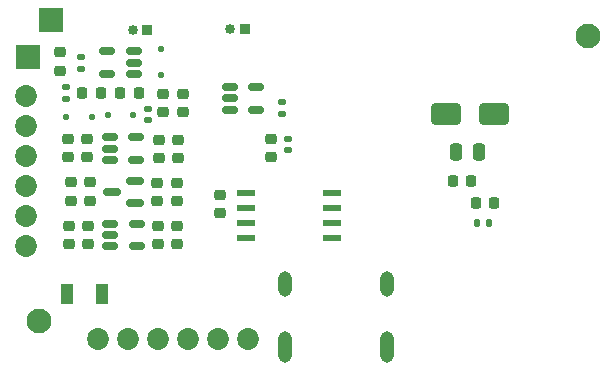
<source format=gbr>
%TF.GenerationSoftware,KiCad,Pcbnew,8.0.8*%
<<<<<<<< HEAD:Hardware/Gen3/OuterBoard/3.1/gerbers/OuterBoard_rev3.1-B_Mask.gbr
%TF.CreationDate,2025-02-18T00:43:55-08:00*%
========
%TF.CreationDate,2025-02-23T23:13:28-08:00*%
>>>>>>>> dcdd3553d01e5dd57f0d42a69398edb20d40e92e:Hardware/FabQuotes/JLCGen3/Gerber/OuterBoard_rev3.1-B_Mask.gbr
%TF.ProjectId,OuterBoard_rev3.1,4f757465-7242-46f6-9172-645f72657633,rev?*%
%TF.SameCoordinates,Original*%
%TF.FileFunction,Soldermask,Bot*%
%TF.FilePolarity,Negative*%
%FSLAX46Y46*%
G04 Gerber Fmt 4.6, Leading zero omitted, Abs format (unit mm)*
<<<<<<<< HEAD:Hardware/Gen3/OuterBoard/3.1/gerbers/OuterBoard_rev3.1-B_Mask.gbr
G04 Created by KiCad (PCBNEW 8.0.8) date 2025-02-18 00:43:55*
========
G04 Created by KiCad (PCBNEW 8.0.8) date 2025-02-23 23:13:28*
>>>>>>>> dcdd3553d01e5dd57f0d42a69398edb20d40e92e:Hardware/FabQuotes/JLCGen3/Gerber/OuterBoard_rev3.1-B_Mask.gbr
%MOMM*%
%LPD*%
G01*
G04 APERTURE LIST*
G04 Aperture macros list*
%AMRoundRect*
0 Rectangle with rounded corners*
0 $1 Rounding radius*
0 $2 $3 $4 $5 $6 $7 $8 $9 X,Y pos of 4 corners*
0 Add a 4 corners polygon primitive as box body*
4,1,4,$2,$3,$4,$5,$6,$7,$8,$9,$2,$3,0*
0 Add four circle primitives for the rounded corners*
1,1,$1+$1,$2,$3*
1,1,$1+$1,$4,$5*
1,1,$1+$1,$6,$7*
1,1,$1+$1,$8,$9*
0 Add four rect primitives between the rounded corners*
20,1,$1+$1,$2,$3,$4,$5,0*
20,1,$1+$1,$4,$5,$6,$7,0*
20,1,$1+$1,$6,$7,$8,$9,0*
20,1,$1+$1,$8,$9,$2,$3,0*%
G04 Aperture macros list end*
%ADD10R,1.549400X0.558800*%
%ADD11R,0.850000X0.850000*%
%ADD12C,0.850000*%
%ADD13R,1.117600X1.803400*%
%ADD14C,1.854000*%
%ADD15C,2.100000*%
%ADD16R,2.000000X2.000000*%
%ADD17RoundRect,0.225000X-0.250000X0.225000X-0.250000X-0.225000X0.250000X-0.225000X0.250000X0.225000X0*%
%ADD18RoundRect,0.225000X0.225000X0.250000X-0.225000X0.250000X-0.225000X-0.250000X0.225000X-0.250000X0*%
%ADD19RoundRect,0.250000X-0.250000X-0.475000X0.250000X-0.475000X0.250000X0.475000X-0.250000X0.475000X0*%
%ADD20RoundRect,0.150000X0.512500X0.150000X-0.512500X0.150000X-0.512500X-0.150000X0.512500X-0.150000X0*%
%ADD21RoundRect,0.250000X1.000000X0.650000X-1.000000X0.650000X-1.000000X-0.650000X1.000000X-0.650000X0*%
%ADD22RoundRect,0.218750X-0.256250X0.218750X-0.256250X-0.218750X0.256250X-0.218750X0.256250X0.218750X0*%
%ADD23RoundRect,0.135000X-0.185000X0.135000X-0.185000X-0.135000X0.185000X-0.135000X0.185000X0.135000X0*%
%ADD24RoundRect,0.147500X0.172500X-0.147500X0.172500X0.147500X-0.172500X0.147500X-0.172500X-0.147500X0*%
%ADD25RoundRect,0.150000X-0.512500X-0.150000X0.512500X-0.150000X0.512500X0.150000X-0.512500X0.150000X0*%
%ADD26RoundRect,0.125000X-0.125000X-0.125000X0.125000X-0.125000X0.125000X0.125000X-0.125000X0.125000X0*%
%ADD27RoundRect,0.135000X0.135000X0.185000X-0.135000X0.185000X-0.135000X-0.185000X0.135000X-0.185000X0*%
%ADD28RoundRect,0.150000X0.587500X0.150000X-0.587500X0.150000X-0.587500X-0.150000X0.587500X-0.150000X0*%
%ADD29RoundRect,0.140000X0.170000X-0.140000X0.170000X0.140000X-0.170000X0.140000X-0.170000X-0.140000X0*%
%ADD30RoundRect,0.135000X0.185000X-0.135000X0.185000X0.135000X-0.185000X0.135000X-0.185000X-0.135000X0*%
%ADD31RoundRect,0.125000X-0.125000X0.125000X-0.125000X-0.125000X0.125000X-0.125000X0.125000X0.125000X0*%
%ADD32C,0.660400*%
%ADD33O,1.168400X2.159000*%
%ADD34O,1.168400X2.667000*%
G04 APERTURE END LIST*
D10*
%TO.C,U2*%
X135432900Y-91643200D03*
X135432900Y-92913200D03*
X135432900Y-94183200D03*
X135432900Y-95453200D03*
X128168500Y-95453200D03*
X128168500Y-94183200D03*
X128168500Y-92913200D03*
X128168500Y-91643200D03*
%TD*%
D11*
%TO.C,J4*%
X128117600Y-77749400D03*
D12*
X126867600Y-77749400D03*
%TD*%
D11*
%TO.C,J3*%
X119837200Y-77800200D03*
D12*
X118587200Y-77800200D03*
%TD*%
D13*
%TO.C,F1*%
X113004600Y-100152200D03*
X116001800Y-100152200D03*
%TD*%
D14*
%TO.C,J2*%
X115620800Y-104013000D03*
X118160800Y-104013000D03*
X120700800Y-104013000D03*
X123240800Y-104013000D03*
X125780800Y-104013000D03*
X128320800Y-104013000D03*
%TD*%
D15*
%TO.C,H1*%
X110693200Y-102489000D03*
%TD*%
%TO.C,H2*%
X157149800Y-78282800D03*
%TD*%
D16*
%TO.C,TP1*%
X109728000Y-80137000D03*
%TD*%
%TO.C,TP2*%
X111683800Y-76962000D03*
%TD*%
D14*
%TO.C,J1*%
X109524800Y-96113600D03*
X109524800Y-93573600D03*
X109524800Y-91033600D03*
X109524800Y-88493600D03*
X109524800Y-85953600D03*
X109524800Y-83413600D03*
%TD*%
D17*
%TO.C,C16*%
X122453400Y-87093800D03*
X122453400Y-88643800D03*
%TD*%
%TO.C,C27*%
X122301000Y-90728800D03*
X122301000Y-92278800D03*
%TD*%
D18*
%TO.C,C12*%
X147244400Y-90627200D03*
X145694400Y-90627200D03*
%TD*%
D17*
%TO.C,C7*%
X121183400Y-83235800D03*
X121183400Y-84785800D03*
%TD*%
%TO.C,C24*%
X120700800Y-94411800D03*
X120700800Y-95961800D03*
%TD*%
%TO.C,C20*%
X113334800Y-90703400D03*
X113334800Y-92253400D03*
%TD*%
%TO.C,C21*%
X114833400Y-94411800D03*
X114833400Y-95961800D03*
%TD*%
D19*
%TO.C,FB1*%
X145973800Y-88163400D03*
X147873800Y-88163400D03*
%TD*%
D20*
%TO.C,U3*%
X118688700Y-79618800D03*
X118688700Y-80568800D03*
X118688700Y-81518800D03*
X116413700Y-81518800D03*
X116413700Y-79618800D03*
%TD*%
D17*
%TO.C,C11*%
X113131600Y-87043000D03*
X113131600Y-88593000D03*
%TD*%
D18*
%TO.C,C8*%
X115874800Y-83159600D03*
X114324800Y-83159600D03*
%TD*%
D21*
%TO.C,D7*%
X149142200Y-84937600D03*
X145142200Y-84937600D03*
%TD*%
D22*
%TO.C,D13*%
X112445800Y-79705100D03*
X112445800Y-81280100D03*
%TD*%
D23*
%TO.C,R25*%
X112903000Y-82651600D03*
X112903000Y-83671600D03*
%TD*%
D24*
%TO.C,L2*%
X131775200Y-87988000D03*
X131775200Y-87018000D03*
%TD*%
D18*
%TO.C,C14*%
X149199600Y-92481400D03*
X147649600Y-92481400D03*
%TD*%
D25*
%TO.C,U4*%
X116636800Y-88793400D03*
X116636800Y-87843400D03*
X116636800Y-86893400D03*
X118911800Y-86893400D03*
X118911800Y-88793400D03*
%TD*%
D18*
%TO.C,C4*%
X119100600Y-83159600D03*
X117550600Y-83159600D03*
%TD*%
D17*
%TO.C,C26*%
X122326400Y-94411800D03*
X122326400Y-95961800D03*
%TD*%
D26*
%TO.C,D11*%
X116459000Y-85013800D03*
X118659000Y-85013800D03*
%TD*%
D23*
%TO.C,R4*%
X114249200Y-80058800D03*
X114249200Y-81078800D03*
%TD*%
D27*
%TO.C,R5*%
X148742400Y-94183200D03*
X147722400Y-94183200D03*
%TD*%
D28*
%TO.C,U6*%
X118745000Y-90576400D03*
X118745000Y-92476400D03*
X116870000Y-91526400D03*
%TD*%
D17*
%TO.C,C25*%
X120650000Y-90728800D03*
X120650000Y-92278800D03*
%TD*%
D29*
%TO.C,C2*%
X119862600Y-85468400D03*
X119862600Y-84508400D03*
%TD*%
D17*
%TO.C,C22*%
X114985800Y-90703400D03*
X114985800Y-92253400D03*
%TD*%
%TO.C,C38*%
X130327400Y-87020400D03*
X130327400Y-88570400D03*
%TD*%
D26*
%TO.C,D10*%
X112946000Y-85191600D03*
X115146000Y-85191600D03*
%TD*%
D17*
%TO.C,C44*%
X126009400Y-91782600D03*
X126009400Y-93332600D03*
%TD*%
D25*
%TO.C,U5*%
X116647800Y-96134000D03*
X116647800Y-95184000D03*
X116647800Y-94234000D03*
X118922800Y-94234000D03*
X118922800Y-96134000D03*
%TD*%
D17*
%TO.C,C10*%
X114757200Y-87045800D03*
X114757200Y-88595800D03*
%TD*%
D30*
%TO.C,R1*%
X131267200Y-84888800D03*
X131267200Y-83868800D03*
%TD*%
D17*
%TO.C,C3*%
X122885200Y-83235800D03*
X122885200Y-84785800D03*
%TD*%
%TO.C,C19*%
X113233200Y-94411800D03*
X113233200Y-95961800D03*
%TD*%
%TO.C,C13*%
X120802400Y-87096600D03*
X120802400Y-88646600D03*
%TD*%
D31*
%TO.C,D6*%
X120954800Y-79400400D03*
X120954800Y-81600400D03*
%TD*%
D25*
%TO.C,U1*%
X126796800Y-84551600D03*
X126796800Y-83601600D03*
X126796800Y-82651600D03*
X129071800Y-82651600D03*
X129071800Y-84551600D03*
%TD*%
D32*
%TO.C,J5*%
X131449998Y-103930000D03*
X140090002Y-103930000D03*
X131449998Y-98824000D03*
X140090002Y-98824000D03*
X131449998Y-99814600D03*
D33*
X131449998Y-99319300D03*
D32*
X140090002Y-99814600D03*
D33*
X140090002Y-99319300D03*
D32*
X131449998Y-105428600D03*
D34*
X131449998Y-104679300D03*
D32*
X140090002Y-105428600D03*
D34*
X140090002Y-104679300D03*
%TD*%
M02*

</source>
